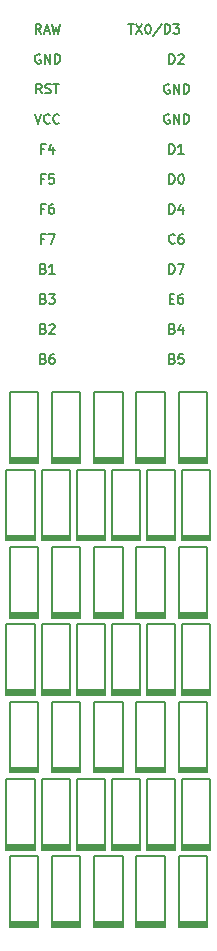
<source format=gbr>
%TF.GenerationSoftware,KiCad,Pcbnew,(5.1.9)-1*%
%TF.CreationDate,2022-03-10T13:39:28-08:00*%
%TF.ProjectId,warpstone - diode array,77617270-7374-46f6-9e65-202d2064696f,rev?*%
%TF.SameCoordinates,Original*%
%TF.FileFunction,Legend,Top*%
%TF.FilePolarity,Positive*%
%FSLAX46Y46*%
G04 Gerber Fmt 4.6, Leading zero omitted, Abs format (unit mm)*
G04 Created by KiCad (PCBNEW (5.1.9)-1) date 2022-03-10 13:39:28*
%MOMM*%
%LPD*%
G01*
G04 APERTURE LIST*
%ADD10C,0.200000*%
%ADD11C,0.150000*%
G04 APERTURE END LIST*
D10*
%TO.C,D38*%
X258077128Y-103721958D02*
X255677128Y-103721958D01*
X258077128Y-97721958D02*
X258077128Y-103721958D01*
X255677128Y-97721958D02*
X258077128Y-97721958D01*
X255677128Y-103721958D02*
X255677128Y-97721958D01*
X255677128Y-103446958D02*
X258077128Y-103446958D01*
X255677128Y-103321958D02*
X258077128Y-103321958D01*
X258077128Y-103596958D02*
X255677128Y-103596958D01*
%TO.C,D37*%
X254505256Y-103721958D02*
X252105256Y-103721958D01*
X254505256Y-97721958D02*
X254505256Y-103721958D01*
X252105256Y-97721958D02*
X254505256Y-97721958D01*
X252105256Y-103721958D02*
X252105256Y-97721958D01*
X252105256Y-103446958D02*
X254505256Y-103446958D01*
X252105256Y-103321958D02*
X254505256Y-103321958D01*
X254505256Y-103596958D02*
X252105256Y-103596958D01*
%TO.C,D36*%
X250933384Y-103721958D02*
X248533384Y-103721958D01*
X250933384Y-97721958D02*
X250933384Y-103721958D01*
X248533384Y-97721958D02*
X250933384Y-97721958D01*
X248533384Y-103721958D02*
X248533384Y-97721958D01*
X248533384Y-103446958D02*
X250933384Y-103446958D01*
X248533384Y-103321958D02*
X250933384Y-103321958D01*
X250933384Y-103596958D02*
X248533384Y-103596958D01*
%TO.C,D35*%
X247361512Y-103721958D02*
X244961512Y-103721958D01*
X247361512Y-97721958D02*
X247361512Y-103721958D01*
X244961512Y-97721958D02*
X247361512Y-97721958D01*
X244961512Y-103721958D02*
X244961512Y-97721958D01*
X244961512Y-103446958D02*
X247361512Y-103446958D01*
X244961512Y-103321958D02*
X247361512Y-103321958D01*
X247361512Y-103596958D02*
X244961512Y-103596958D01*
%TO.C,D34*%
X243789640Y-103721958D02*
X241389640Y-103721958D01*
X243789640Y-97721958D02*
X243789640Y-103721958D01*
X241389640Y-97721958D02*
X243789640Y-97721958D01*
X241389640Y-103721958D02*
X241389640Y-97721958D01*
X241389640Y-103446958D02*
X243789640Y-103446958D01*
X241389640Y-103321958D02*
X243789640Y-103321958D01*
X243789640Y-103596958D02*
X241389640Y-103596958D01*
%TO.C,D33*%
X258374784Y-97173515D02*
X255974784Y-97173515D01*
X258374784Y-91173515D02*
X258374784Y-97173515D01*
X255974784Y-91173515D02*
X258374784Y-91173515D01*
X255974784Y-97173515D02*
X255974784Y-91173515D01*
X255974784Y-96898515D02*
X258374784Y-96898515D01*
X255974784Y-96773515D02*
X258374784Y-96773515D01*
X258374784Y-97048515D02*
X255974784Y-97048515D01*
%TO.C,D32*%
X255398224Y-97173515D02*
X252998224Y-97173515D01*
X255398224Y-91173515D02*
X255398224Y-97173515D01*
X252998224Y-91173515D02*
X255398224Y-91173515D01*
X252998224Y-97173515D02*
X252998224Y-91173515D01*
X252998224Y-96898515D02*
X255398224Y-96898515D01*
X252998224Y-96773515D02*
X255398224Y-96773515D01*
X255398224Y-97048515D02*
X252998224Y-97048515D01*
%TO.C,D31*%
X252421664Y-97173515D02*
X250021664Y-97173515D01*
X252421664Y-91173515D02*
X252421664Y-97173515D01*
X250021664Y-91173515D02*
X252421664Y-91173515D01*
X250021664Y-97173515D02*
X250021664Y-91173515D01*
X250021664Y-96898515D02*
X252421664Y-96898515D01*
X250021664Y-96773515D02*
X252421664Y-96773515D01*
X252421664Y-97048515D02*
X250021664Y-97048515D01*
%TO.C,D30*%
X249445104Y-97173515D02*
X247045104Y-97173515D01*
X249445104Y-91173515D02*
X249445104Y-97173515D01*
X247045104Y-91173515D02*
X249445104Y-91173515D01*
X247045104Y-97173515D02*
X247045104Y-91173515D01*
X247045104Y-96898515D02*
X249445104Y-96898515D01*
X247045104Y-96773515D02*
X249445104Y-96773515D01*
X249445104Y-97048515D02*
X247045104Y-97048515D01*
%TO.C,D29*%
X246468544Y-97173515D02*
X244068544Y-97173515D01*
X246468544Y-91173515D02*
X246468544Y-97173515D01*
X244068544Y-91173515D02*
X246468544Y-91173515D01*
X244068544Y-97173515D02*
X244068544Y-91173515D01*
X244068544Y-96898515D02*
X246468544Y-96898515D01*
X244068544Y-96773515D02*
X246468544Y-96773515D01*
X246468544Y-97048515D02*
X244068544Y-97048515D01*
%TO.C,D28*%
X243491984Y-97173515D02*
X241091984Y-97173515D01*
X243491984Y-91173515D02*
X243491984Y-97173515D01*
X241091984Y-91173515D02*
X243491984Y-91173515D01*
X241091984Y-97173515D02*
X241091984Y-91173515D01*
X241091984Y-96898515D02*
X243491984Y-96898515D01*
X241091984Y-96773515D02*
X243491984Y-96773515D01*
X243491984Y-97048515D02*
X241091984Y-97048515D01*
%TO.C,D27*%
X258077128Y-90625072D02*
X255677128Y-90625072D01*
X258077128Y-84625072D02*
X258077128Y-90625072D01*
X255677128Y-84625072D02*
X258077128Y-84625072D01*
X255677128Y-90625072D02*
X255677128Y-84625072D01*
X255677128Y-90350072D02*
X258077128Y-90350072D01*
X255677128Y-90225072D02*
X258077128Y-90225072D01*
X258077128Y-90500072D02*
X255677128Y-90500072D01*
%TO.C,D26*%
X254505256Y-90625072D02*
X252105256Y-90625072D01*
X254505256Y-84625072D02*
X254505256Y-90625072D01*
X252105256Y-84625072D02*
X254505256Y-84625072D01*
X252105256Y-90625072D02*
X252105256Y-84625072D01*
X252105256Y-90350072D02*
X254505256Y-90350072D01*
X252105256Y-90225072D02*
X254505256Y-90225072D01*
X254505256Y-90500072D02*
X252105256Y-90500072D01*
%TO.C,D25*%
X250933384Y-90625072D02*
X248533384Y-90625072D01*
X250933384Y-84625072D02*
X250933384Y-90625072D01*
X248533384Y-84625072D02*
X250933384Y-84625072D01*
X248533384Y-90625072D02*
X248533384Y-84625072D01*
X248533384Y-90350072D02*
X250933384Y-90350072D01*
X248533384Y-90225072D02*
X250933384Y-90225072D01*
X250933384Y-90500072D02*
X248533384Y-90500072D01*
%TO.C,D24*%
X247361512Y-90625072D02*
X244961512Y-90625072D01*
X247361512Y-84625072D02*
X247361512Y-90625072D01*
X244961512Y-84625072D02*
X247361512Y-84625072D01*
X244961512Y-90625072D02*
X244961512Y-84625072D01*
X244961512Y-90350072D02*
X247361512Y-90350072D01*
X244961512Y-90225072D02*
X247361512Y-90225072D01*
X247361512Y-90500072D02*
X244961512Y-90500072D01*
%TO.C,D23*%
X243789640Y-90625072D02*
X241389640Y-90625072D01*
X243789640Y-84625072D02*
X243789640Y-90625072D01*
X241389640Y-84625072D02*
X243789640Y-84625072D01*
X241389640Y-90625072D02*
X241389640Y-84625072D01*
X241389640Y-90350072D02*
X243789640Y-90350072D01*
X241389640Y-90225072D02*
X243789640Y-90225072D01*
X243789640Y-90500072D02*
X241389640Y-90500072D01*
%TO.C,D22*%
X258374784Y-84076629D02*
X255974784Y-84076629D01*
X258374784Y-78076629D02*
X258374784Y-84076629D01*
X255974784Y-78076629D02*
X258374784Y-78076629D01*
X255974784Y-84076629D02*
X255974784Y-78076629D01*
X255974784Y-83801629D02*
X258374784Y-83801629D01*
X255974784Y-83676629D02*
X258374784Y-83676629D01*
X258374784Y-83951629D02*
X255974784Y-83951629D01*
%TO.C,D21*%
X255398224Y-84076629D02*
X252998224Y-84076629D01*
X255398224Y-78076629D02*
X255398224Y-84076629D01*
X252998224Y-78076629D02*
X255398224Y-78076629D01*
X252998224Y-84076629D02*
X252998224Y-78076629D01*
X252998224Y-83801629D02*
X255398224Y-83801629D01*
X252998224Y-83676629D02*
X255398224Y-83676629D01*
X255398224Y-83951629D02*
X252998224Y-83951629D01*
%TO.C,D20*%
X252421664Y-84076629D02*
X250021664Y-84076629D01*
X252421664Y-78076629D02*
X252421664Y-84076629D01*
X250021664Y-78076629D02*
X252421664Y-78076629D01*
X250021664Y-84076629D02*
X250021664Y-78076629D01*
X250021664Y-83801629D02*
X252421664Y-83801629D01*
X250021664Y-83676629D02*
X252421664Y-83676629D01*
X252421664Y-83951629D02*
X250021664Y-83951629D01*
%TO.C,D19*%
X249445104Y-84076629D02*
X247045104Y-84076629D01*
X249445104Y-78076629D02*
X249445104Y-84076629D01*
X247045104Y-78076629D02*
X249445104Y-78076629D01*
X247045104Y-84076629D02*
X247045104Y-78076629D01*
X247045104Y-83801629D02*
X249445104Y-83801629D01*
X247045104Y-83676629D02*
X249445104Y-83676629D01*
X249445104Y-83951629D02*
X247045104Y-83951629D01*
%TO.C,D18*%
X246468544Y-84076629D02*
X244068544Y-84076629D01*
X246468544Y-78076629D02*
X246468544Y-84076629D01*
X244068544Y-78076629D02*
X246468544Y-78076629D01*
X244068544Y-84076629D02*
X244068544Y-78076629D01*
X244068544Y-83801629D02*
X246468544Y-83801629D01*
X244068544Y-83676629D02*
X246468544Y-83676629D01*
X246468544Y-83951629D02*
X244068544Y-83951629D01*
%TO.C,D17*%
X243491984Y-84076629D02*
X241091984Y-84076629D01*
X243491984Y-78076629D02*
X243491984Y-84076629D01*
X241091984Y-78076629D02*
X243491984Y-78076629D01*
X241091984Y-84076629D02*
X241091984Y-78076629D01*
X241091984Y-83801629D02*
X243491984Y-83801629D01*
X241091984Y-83676629D02*
X243491984Y-83676629D01*
X243491984Y-83951629D02*
X241091984Y-83951629D01*
%TO.C,D16*%
X258077128Y-77528186D02*
X255677128Y-77528186D01*
X258077128Y-71528186D02*
X258077128Y-77528186D01*
X255677128Y-71528186D02*
X258077128Y-71528186D01*
X255677128Y-77528186D02*
X255677128Y-71528186D01*
X255677128Y-77253186D02*
X258077128Y-77253186D01*
X255677128Y-77128186D02*
X258077128Y-77128186D01*
X258077128Y-77403186D02*
X255677128Y-77403186D01*
%TO.C,D15*%
X254505256Y-77528186D02*
X252105256Y-77528186D01*
X254505256Y-71528186D02*
X254505256Y-77528186D01*
X252105256Y-71528186D02*
X254505256Y-71528186D01*
X252105256Y-77528186D02*
X252105256Y-71528186D01*
X252105256Y-77253186D02*
X254505256Y-77253186D01*
X252105256Y-77128186D02*
X254505256Y-77128186D01*
X254505256Y-77403186D02*
X252105256Y-77403186D01*
%TO.C,D14*%
X250933384Y-77528186D02*
X248533384Y-77528186D01*
X250933384Y-71528186D02*
X250933384Y-77528186D01*
X248533384Y-71528186D02*
X250933384Y-71528186D01*
X248533384Y-77528186D02*
X248533384Y-71528186D01*
X248533384Y-77253186D02*
X250933384Y-77253186D01*
X248533384Y-77128186D02*
X250933384Y-77128186D01*
X250933384Y-77403186D02*
X248533384Y-77403186D01*
%TO.C,D13*%
X247361512Y-77528186D02*
X244961512Y-77528186D01*
X247361512Y-71528186D02*
X247361512Y-77528186D01*
X244961512Y-71528186D02*
X247361512Y-71528186D01*
X244961512Y-77528186D02*
X244961512Y-71528186D01*
X244961512Y-77253186D02*
X247361512Y-77253186D01*
X244961512Y-77128186D02*
X247361512Y-77128186D01*
X247361512Y-77403186D02*
X244961512Y-77403186D01*
%TO.C,D12*%
X243789640Y-77528186D02*
X241389640Y-77528186D01*
X243789640Y-71528186D02*
X243789640Y-77528186D01*
X241389640Y-71528186D02*
X243789640Y-71528186D01*
X241389640Y-77528186D02*
X241389640Y-71528186D01*
X241389640Y-77253186D02*
X243789640Y-77253186D01*
X241389640Y-77128186D02*
X243789640Y-77128186D01*
X243789640Y-77403186D02*
X241389640Y-77403186D01*
%TO.C,D11*%
X258375216Y-70979743D02*
X255975216Y-70979743D01*
X258375216Y-64979743D02*
X258375216Y-70979743D01*
X255975216Y-64979743D02*
X258375216Y-64979743D01*
X255975216Y-70979743D02*
X255975216Y-64979743D01*
X255975216Y-70704743D02*
X258375216Y-70704743D01*
X255975216Y-70579743D02*
X258375216Y-70579743D01*
X258375216Y-70854743D02*
X255975216Y-70854743D01*
%TO.C,D10*%
X255398651Y-70979743D02*
X252998651Y-70979743D01*
X255398651Y-64979743D02*
X255398651Y-70979743D01*
X252998651Y-64979743D02*
X255398651Y-64979743D01*
X252998651Y-70979743D02*
X252998651Y-64979743D01*
X252998651Y-70704743D02*
X255398651Y-70704743D01*
X252998651Y-70579743D02*
X255398651Y-70579743D01*
X255398651Y-70854743D02*
X252998651Y-70854743D01*
%TO.C,D9*%
X252422086Y-70979743D02*
X250022086Y-70979743D01*
X252422086Y-64979743D02*
X252422086Y-70979743D01*
X250022086Y-64979743D02*
X252422086Y-64979743D01*
X250022086Y-70979743D02*
X250022086Y-64979743D01*
X250022086Y-70704743D02*
X252422086Y-70704743D01*
X250022086Y-70579743D02*
X252422086Y-70579743D01*
X252422086Y-70854743D02*
X250022086Y-70854743D01*
%TO.C,D8*%
X249445521Y-70979743D02*
X247045521Y-70979743D01*
X249445521Y-64979743D02*
X249445521Y-70979743D01*
X247045521Y-64979743D02*
X249445521Y-64979743D01*
X247045521Y-70979743D02*
X247045521Y-64979743D01*
X247045521Y-70704743D02*
X249445521Y-70704743D01*
X247045521Y-70579743D02*
X249445521Y-70579743D01*
X249445521Y-70854743D02*
X247045521Y-70854743D01*
%TO.C,D7*%
X246468956Y-70979743D02*
X244068956Y-70979743D01*
X246468956Y-64979743D02*
X246468956Y-70979743D01*
X244068956Y-64979743D02*
X246468956Y-64979743D01*
X244068956Y-70979743D02*
X244068956Y-64979743D01*
X244068956Y-70704743D02*
X246468956Y-70704743D01*
X244068956Y-70579743D02*
X246468956Y-70579743D01*
X246468956Y-70854743D02*
X244068956Y-70854743D01*
%TO.C,D6*%
X243492391Y-70979743D02*
X241092391Y-70979743D01*
X243492391Y-64979743D02*
X243492391Y-70979743D01*
X241092391Y-64979743D02*
X243492391Y-64979743D01*
X241092391Y-70979743D02*
X241092391Y-64979743D01*
X241092391Y-70704743D02*
X243492391Y-70704743D01*
X241092391Y-70579743D02*
X243492391Y-70579743D01*
X243492391Y-70854743D02*
X241092391Y-70854743D01*
%TO.C,D5*%
X258077560Y-64431300D02*
X255677560Y-64431300D01*
X258077560Y-58431300D02*
X258077560Y-64431300D01*
X255677560Y-58431300D02*
X258077560Y-58431300D01*
X255677560Y-64431300D02*
X255677560Y-58431300D01*
X255677560Y-64156300D02*
X258077560Y-64156300D01*
X255677560Y-64031300D02*
X258077560Y-64031300D01*
X258077560Y-64306300D02*
X255677560Y-64306300D01*
%TO.C,D4*%
X254505682Y-64431300D02*
X252105682Y-64431300D01*
X254505682Y-58431300D02*
X254505682Y-64431300D01*
X252105682Y-58431300D02*
X254505682Y-58431300D01*
X252105682Y-64431300D02*
X252105682Y-58431300D01*
X252105682Y-64156300D02*
X254505682Y-64156300D01*
X252105682Y-64031300D02*
X254505682Y-64031300D01*
X254505682Y-64306300D02*
X252105682Y-64306300D01*
%TO.C,D3*%
X250933804Y-64431300D02*
X248533804Y-64431300D01*
X250933804Y-58431300D02*
X250933804Y-64431300D01*
X248533804Y-58431300D02*
X250933804Y-58431300D01*
X248533804Y-64431300D02*
X248533804Y-58431300D01*
X248533804Y-64156300D02*
X250933804Y-64156300D01*
X248533804Y-64031300D02*
X250933804Y-64031300D01*
X250933804Y-64306300D02*
X248533804Y-64306300D01*
%TO.C,D2*%
X247361926Y-64431300D02*
X244961926Y-64431300D01*
X247361926Y-58431300D02*
X247361926Y-64431300D01*
X244961926Y-58431300D02*
X247361926Y-58431300D01*
X244961926Y-64431300D02*
X244961926Y-58431300D01*
X244961926Y-64156300D02*
X247361926Y-64156300D01*
X244961926Y-64031300D02*
X247361926Y-64031300D01*
X247361926Y-64306300D02*
X244961926Y-64306300D01*
%TO.C,D1*%
X243790048Y-64431300D02*
X241390048Y-64431300D01*
X243790048Y-58431300D02*
X243790048Y-64431300D01*
X241390048Y-58431300D02*
X243790048Y-58431300D01*
X241390048Y-64431300D02*
X241390048Y-58431300D01*
X241390048Y-64156300D02*
X243790048Y-64156300D01*
X241390048Y-64031300D02*
X243790048Y-64031300D01*
X243790048Y-64306300D02*
X241390048Y-64306300D01*
%TO.C,U1*%
D11*
X244093364Y-33123814D02*
X243826698Y-32742862D01*
X243636221Y-33123814D02*
X243636221Y-32323814D01*
X243940983Y-32323814D01*
X244017174Y-32361910D01*
X244055269Y-32400005D01*
X244093364Y-32476195D01*
X244093364Y-32590481D01*
X244055269Y-32666671D01*
X244017174Y-32704767D01*
X243940983Y-32742862D01*
X243636221Y-32742862D01*
X244398126Y-33085719D02*
X244512412Y-33123814D01*
X244702888Y-33123814D01*
X244779079Y-33085719D01*
X244817174Y-33047624D01*
X244855269Y-32971433D01*
X244855269Y-32895243D01*
X244817174Y-32819052D01*
X244779079Y-32780957D01*
X244702888Y-32742862D01*
X244550507Y-32704767D01*
X244474317Y-32666671D01*
X244436221Y-32628576D01*
X244398126Y-32552386D01*
X244398126Y-32476195D01*
X244436221Y-32400005D01*
X244474317Y-32361910D01*
X244550507Y-32323814D01*
X244740983Y-32323814D01*
X244855269Y-32361910D01*
X245083840Y-32323814D02*
X245540983Y-32323814D01*
X245312412Y-33123814D02*
X245312412Y-32323814D01*
X251412855Y-27263814D02*
X251869998Y-27263814D01*
X251641427Y-28063814D02*
X251641427Y-27263814D01*
X252060474Y-27263814D02*
X252593808Y-28063814D01*
X252593808Y-27263814D02*
X252060474Y-28063814D01*
X253050951Y-27263814D02*
X253127141Y-27263814D01*
X253203332Y-27301910D01*
X253241427Y-27340005D01*
X253279522Y-27416195D01*
X253317617Y-27568576D01*
X253317617Y-27759052D01*
X253279522Y-27911433D01*
X253241427Y-27987624D01*
X253203332Y-28025719D01*
X253127141Y-28063814D01*
X253050951Y-28063814D01*
X252974760Y-28025719D01*
X252936665Y-27987624D01*
X252898570Y-27911433D01*
X252860474Y-27759052D01*
X252860474Y-27568576D01*
X252898570Y-27416195D01*
X252936665Y-27340005D01*
X252974760Y-27301910D01*
X253050951Y-27263814D01*
X254231903Y-27225719D02*
X253546189Y-28254290D01*
X254498570Y-28063814D02*
X254498570Y-27263814D01*
X254689046Y-27263814D01*
X254803332Y-27301910D01*
X254879522Y-27378100D01*
X254917617Y-27454290D01*
X254955712Y-27606671D01*
X254955712Y-27720957D01*
X254917617Y-27873338D01*
X254879522Y-27949529D01*
X254803332Y-28025719D01*
X254689046Y-28063814D01*
X254498570Y-28063814D01*
X255222379Y-27263814D02*
X255717617Y-27263814D01*
X255450951Y-27568576D01*
X255565236Y-27568576D01*
X255641427Y-27606671D01*
X255679522Y-27644767D01*
X255717617Y-27720957D01*
X255717617Y-27911433D01*
X255679522Y-27987624D01*
X255641427Y-28025719D01*
X255565236Y-28063814D01*
X255336665Y-28063814D01*
X255260474Y-28025719D01*
X255222379Y-27987624D01*
X244246650Y-53044767D02*
X244360936Y-53082862D01*
X244399031Y-53120957D01*
X244437126Y-53197148D01*
X244437126Y-53311433D01*
X244399031Y-53387624D01*
X244360936Y-53425719D01*
X244284745Y-53463814D01*
X243979983Y-53463814D01*
X243979983Y-52663814D01*
X244246650Y-52663814D01*
X244322840Y-52701910D01*
X244360936Y-52740005D01*
X244399031Y-52816195D01*
X244399031Y-52892386D01*
X244360936Y-52968576D01*
X244322840Y-53006671D01*
X244246650Y-53044767D01*
X243979983Y-53044767D01*
X244741888Y-52740005D02*
X244779983Y-52701910D01*
X244856174Y-52663814D01*
X245046650Y-52663814D01*
X245122840Y-52701910D01*
X245160936Y-52740005D01*
X245199031Y-52816195D01*
X245199031Y-52892386D01*
X245160936Y-53006671D01*
X244703793Y-53463814D01*
X245199031Y-53463814D01*
X244303793Y-45424767D02*
X244037126Y-45424767D01*
X244037126Y-45843814D02*
X244037126Y-45043814D01*
X244418079Y-45043814D01*
X244646650Y-45043814D02*
X245179983Y-45043814D01*
X244837126Y-45843814D01*
X244303793Y-42884767D02*
X244037126Y-42884767D01*
X244037126Y-43303814D02*
X244037126Y-42503814D01*
X244418079Y-42503814D01*
X245065698Y-42503814D02*
X244913317Y-42503814D01*
X244837126Y-42541910D01*
X244799031Y-42580005D01*
X244722840Y-42694290D01*
X244684745Y-42846671D01*
X244684745Y-43151433D01*
X244722840Y-43227624D01*
X244760936Y-43265719D01*
X244837126Y-43303814D01*
X244989507Y-43303814D01*
X245065698Y-43265719D01*
X245103793Y-43227624D01*
X245141888Y-43151433D01*
X245141888Y-42960957D01*
X245103793Y-42884767D01*
X245065698Y-42846671D01*
X244989507Y-42808576D01*
X244837126Y-42808576D01*
X244760936Y-42846671D01*
X244722840Y-42884767D01*
X244684745Y-42960957D01*
X244303793Y-40344767D02*
X244037126Y-40344767D01*
X244037126Y-40763814D02*
X244037126Y-39963814D01*
X244418079Y-39963814D01*
X245103793Y-39963814D02*
X244722840Y-39963814D01*
X244684745Y-40344767D01*
X244722840Y-40306671D01*
X244799031Y-40268576D01*
X244989507Y-40268576D01*
X245065698Y-40306671D01*
X245103793Y-40344767D01*
X245141888Y-40420957D01*
X245141888Y-40611433D01*
X245103793Y-40687624D01*
X245065698Y-40725719D01*
X244989507Y-40763814D01*
X244799031Y-40763814D01*
X244722840Y-40725719D01*
X244684745Y-40687624D01*
X244018079Y-28063814D02*
X243751412Y-27682862D01*
X243560936Y-28063814D02*
X243560936Y-27263814D01*
X243865698Y-27263814D01*
X243941888Y-27301910D01*
X243979983Y-27340005D01*
X244018079Y-27416195D01*
X244018079Y-27530481D01*
X243979983Y-27606671D01*
X243941888Y-27644767D01*
X243865698Y-27682862D01*
X243560936Y-27682862D01*
X244322840Y-27835243D02*
X244703793Y-27835243D01*
X244246650Y-28063814D02*
X244513317Y-27263814D01*
X244779983Y-28063814D01*
X244970460Y-27263814D02*
X245160936Y-28063814D01*
X245313317Y-27492386D01*
X245465698Y-28063814D01*
X245656174Y-27263814D01*
X243960936Y-29841910D02*
X243884745Y-29803814D01*
X243770460Y-29803814D01*
X243656174Y-29841910D01*
X243579983Y-29918100D01*
X243541888Y-29994290D01*
X243503793Y-30146671D01*
X243503793Y-30260957D01*
X243541888Y-30413338D01*
X243579983Y-30489529D01*
X243656174Y-30565719D01*
X243770460Y-30603814D01*
X243846650Y-30603814D01*
X243960936Y-30565719D01*
X243999031Y-30527624D01*
X243999031Y-30260957D01*
X243846650Y-30260957D01*
X244341888Y-30603814D02*
X244341888Y-29803814D01*
X244799031Y-30603814D01*
X244799031Y-29803814D01*
X245179983Y-30603814D02*
X245179983Y-29803814D01*
X245370460Y-29803814D01*
X245484745Y-29841910D01*
X245560936Y-29918100D01*
X245599031Y-29994290D01*
X245637126Y-30146671D01*
X245637126Y-30260957D01*
X245599031Y-30413338D01*
X245560936Y-30489529D01*
X245484745Y-30565719D01*
X245370460Y-30603814D01*
X245179983Y-30603814D01*
X243503793Y-34883814D02*
X243770460Y-35683814D01*
X244037126Y-34883814D01*
X244760936Y-35607624D02*
X244722840Y-35645719D01*
X244608555Y-35683814D01*
X244532364Y-35683814D01*
X244418079Y-35645719D01*
X244341888Y-35569529D01*
X244303793Y-35493338D01*
X244265698Y-35340957D01*
X244265698Y-35226671D01*
X244303793Y-35074290D01*
X244341888Y-34998100D01*
X244418079Y-34921910D01*
X244532364Y-34883814D01*
X244608555Y-34883814D01*
X244722840Y-34921910D01*
X244760936Y-34960005D01*
X245560936Y-35607624D02*
X245522840Y-35645719D01*
X245408555Y-35683814D01*
X245332364Y-35683814D01*
X245218079Y-35645719D01*
X245141888Y-35569529D01*
X245103793Y-35493338D01*
X245065698Y-35340957D01*
X245065698Y-35226671D01*
X245103793Y-35074290D01*
X245141888Y-34998100D01*
X245218079Y-34921910D01*
X245332364Y-34883814D01*
X245408555Y-34883814D01*
X245522840Y-34921910D01*
X245560936Y-34960005D01*
X244303793Y-37804767D02*
X244037126Y-37804767D01*
X244037126Y-38223814D02*
X244037126Y-37423814D01*
X244418079Y-37423814D01*
X245065698Y-37690481D02*
X245065698Y-38223814D01*
X244875221Y-37385719D02*
X244684745Y-37957148D01*
X245179983Y-37957148D01*
X244246650Y-47964767D02*
X244360936Y-48002862D01*
X244399031Y-48040957D01*
X244437126Y-48117148D01*
X244437126Y-48231433D01*
X244399031Y-48307624D01*
X244360936Y-48345719D01*
X244284745Y-48383814D01*
X243979983Y-48383814D01*
X243979983Y-47583814D01*
X244246650Y-47583814D01*
X244322840Y-47621910D01*
X244360936Y-47660005D01*
X244399031Y-47736195D01*
X244399031Y-47812386D01*
X244360936Y-47888576D01*
X244322840Y-47926671D01*
X244246650Y-47964767D01*
X243979983Y-47964767D01*
X245199031Y-48383814D02*
X244741888Y-48383814D01*
X244970460Y-48383814D02*
X244970460Y-47583814D01*
X244894269Y-47698100D01*
X244818079Y-47774290D01*
X244741888Y-47812386D01*
X244246650Y-50504767D02*
X244360936Y-50542862D01*
X244399031Y-50580957D01*
X244437126Y-50657148D01*
X244437126Y-50771433D01*
X244399031Y-50847624D01*
X244360936Y-50885719D01*
X244284745Y-50923814D01*
X243979983Y-50923814D01*
X243979983Y-50123814D01*
X244246650Y-50123814D01*
X244322840Y-50161910D01*
X244360936Y-50200005D01*
X244399031Y-50276195D01*
X244399031Y-50352386D01*
X244360936Y-50428576D01*
X244322840Y-50466671D01*
X244246650Y-50504767D01*
X243979983Y-50504767D01*
X244703793Y-50123814D02*
X245199031Y-50123814D01*
X244932364Y-50428576D01*
X245046650Y-50428576D01*
X245122840Y-50466671D01*
X245160936Y-50504767D01*
X245199031Y-50580957D01*
X245199031Y-50771433D01*
X245160936Y-50847624D01*
X245122840Y-50885719D01*
X245046650Y-50923814D01*
X244818079Y-50923814D01*
X244741888Y-50885719D01*
X244703793Y-50847624D01*
X244246650Y-55584767D02*
X244360936Y-55622862D01*
X244399031Y-55660957D01*
X244437126Y-55737148D01*
X244437126Y-55851433D01*
X244399031Y-55927624D01*
X244360936Y-55965719D01*
X244284745Y-56003814D01*
X243979983Y-56003814D01*
X243979983Y-55203814D01*
X244246650Y-55203814D01*
X244322840Y-55241910D01*
X244360936Y-55280005D01*
X244399031Y-55356195D01*
X244399031Y-55432386D01*
X244360936Y-55508576D01*
X244322840Y-55546671D01*
X244246650Y-55584767D01*
X243979983Y-55584767D01*
X245122840Y-55203814D02*
X244970460Y-55203814D01*
X244894269Y-55241910D01*
X244856174Y-55280005D01*
X244779983Y-55394290D01*
X244741888Y-55546671D01*
X244741888Y-55851433D01*
X244779983Y-55927624D01*
X244818079Y-55965719D01*
X244894269Y-56003814D01*
X245046650Y-56003814D01*
X245122840Y-55965719D01*
X245160936Y-55927624D01*
X245199031Y-55851433D01*
X245199031Y-55660957D01*
X245160936Y-55584767D01*
X245122840Y-55546671D01*
X245046650Y-55508576D01*
X244894269Y-55508576D01*
X244818079Y-55546671D01*
X244779983Y-55584767D01*
X244741888Y-55660957D01*
X255168650Y-55584767D02*
X255282936Y-55622862D01*
X255321031Y-55660957D01*
X255359126Y-55737148D01*
X255359126Y-55851433D01*
X255321031Y-55927624D01*
X255282936Y-55965719D01*
X255206745Y-56003814D01*
X254901983Y-56003814D01*
X254901983Y-55203814D01*
X255168650Y-55203814D01*
X255244840Y-55241910D01*
X255282936Y-55280005D01*
X255321031Y-55356195D01*
X255321031Y-55432386D01*
X255282936Y-55508576D01*
X255244840Y-55546671D01*
X255168650Y-55584767D01*
X254901983Y-55584767D01*
X256082936Y-55203814D02*
X255701983Y-55203814D01*
X255663888Y-55584767D01*
X255701983Y-55546671D01*
X255778174Y-55508576D01*
X255968650Y-55508576D01*
X256044840Y-55546671D01*
X256082936Y-55584767D01*
X256121031Y-55660957D01*
X256121031Y-55851433D01*
X256082936Y-55927624D01*
X256044840Y-55965719D01*
X255968650Y-56003814D01*
X255778174Y-56003814D01*
X255701983Y-55965719D01*
X255663888Y-55927624D01*
X255168650Y-53044767D02*
X255282936Y-53082862D01*
X255321031Y-53120957D01*
X255359126Y-53197148D01*
X255359126Y-53311433D01*
X255321031Y-53387624D01*
X255282936Y-53425719D01*
X255206745Y-53463814D01*
X254901983Y-53463814D01*
X254901983Y-52663814D01*
X255168650Y-52663814D01*
X255244840Y-52701910D01*
X255282936Y-52740005D01*
X255321031Y-52816195D01*
X255321031Y-52892386D01*
X255282936Y-52968576D01*
X255244840Y-53006671D01*
X255168650Y-53044767D01*
X254901983Y-53044767D01*
X256044840Y-52930481D02*
X256044840Y-53463814D01*
X255854364Y-52625719D02*
X255663888Y-53197148D01*
X256159126Y-53197148D01*
X254940079Y-50504767D02*
X255206745Y-50504767D01*
X255321031Y-50923814D02*
X254940079Y-50923814D01*
X254940079Y-50123814D01*
X255321031Y-50123814D01*
X256006745Y-50123814D02*
X255854364Y-50123814D01*
X255778174Y-50161910D01*
X255740079Y-50200005D01*
X255663888Y-50314290D01*
X255625793Y-50466671D01*
X255625793Y-50771433D01*
X255663888Y-50847624D01*
X255701983Y-50885719D01*
X255778174Y-50923814D01*
X255930555Y-50923814D01*
X256006745Y-50885719D01*
X256044840Y-50847624D01*
X256082936Y-50771433D01*
X256082936Y-50580957D01*
X256044840Y-50504767D01*
X256006745Y-50466671D01*
X255930555Y-50428576D01*
X255778174Y-50428576D01*
X255701983Y-50466671D01*
X255663888Y-50504767D01*
X255625793Y-50580957D01*
X254901983Y-48383814D02*
X254901983Y-47583814D01*
X255092460Y-47583814D01*
X255206745Y-47621910D01*
X255282936Y-47698100D01*
X255321031Y-47774290D01*
X255359126Y-47926671D01*
X255359126Y-48040957D01*
X255321031Y-48193338D01*
X255282936Y-48269529D01*
X255206745Y-48345719D01*
X255092460Y-48383814D01*
X254901983Y-48383814D01*
X255625793Y-47583814D02*
X256159126Y-47583814D01*
X255816269Y-48383814D01*
X255359126Y-45767624D02*
X255321031Y-45805719D01*
X255206745Y-45843814D01*
X255130555Y-45843814D01*
X255016269Y-45805719D01*
X254940079Y-45729529D01*
X254901983Y-45653338D01*
X254863888Y-45500957D01*
X254863888Y-45386671D01*
X254901983Y-45234290D01*
X254940079Y-45158100D01*
X255016269Y-45081910D01*
X255130555Y-45043814D01*
X255206745Y-45043814D01*
X255321031Y-45081910D01*
X255359126Y-45120005D01*
X256044840Y-45043814D02*
X255892460Y-45043814D01*
X255816269Y-45081910D01*
X255778174Y-45120005D01*
X255701983Y-45234290D01*
X255663888Y-45386671D01*
X255663888Y-45691433D01*
X255701983Y-45767624D01*
X255740079Y-45805719D01*
X255816269Y-45843814D01*
X255968650Y-45843814D01*
X256044840Y-45805719D01*
X256082936Y-45767624D01*
X256121031Y-45691433D01*
X256121031Y-45500957D01*
X256082936Y-45424767D01*
X256044840Y-45386671D01*
X255968650Y-45348576D01*
X255816269Y-45348576D01*
X255740079Y-45386671D01*
X255701983Y-45424767D01*
X255663888Y-45500957D01*
X254901983Y-43303814D02*
X254901983Y-42503814D01*
X255092460Y-42503814D01*
X255206745Y-42541910D01*
X255282936Y-42618100D01*
X255321031Y-42694290D01*
X255359126Y-42846671D01*
X255359126Y-42960957D01*
X255321031Y-43113338D01*
X255282936Y-43189529D01*
X255206745Y-43265719D01*
X255092460Y-43303814D01*
X254901983Y-43303814D01*
X256044840Y-42770481D02*
X256044840Y-43303814D01*
X255854364Y-42465719D02*
X255663888Y-43037148D01*
X256159126Y-43037148D01*
X254882936Y-32381910D02*
X254806745Y-32343814D01*
X254692460Y-32343814D01*
X254578174Y-32381910D01*
X254501983Y-32458100D01*
X254463888Y-32534290D01*
X254425793Y-32686671D01*
X254425793Y-32800957D01*
X254463888Y-32953338D01*
X254501983Y-33029529D01*
X254578174Y-33105719D01*
X254692460Y-33143814D01*
X254768650Y-33143814D01*
X254882936Y-33105719D01*
X254921031Y-33067624D01*
X254921031Y-32800957D01*
X254768650Y-32800957D01*
X255263888Y-33143814D02*
X255263888Y-32343814D01*
X255721031Y-33143814D01*
X255721031Y-32343814D01*
X256101983Y-33143814D02*
X256101983Y-32343814D01*
X256292460Y-32343814D01*
X256406745Y-32381910D01*
X256482936Y-32458100D01*
X256521031Y-32534290D01*
X256559126Y-32686671D01*
X256559126Y-32800957D01*
X256521031Y-32953338D01*
X256482936Y-33029529D01*
X256406745Y-33105719D01*
X256292460Y-33143814D01*
X256101983Y-33143814D01*
X254882936Y-34921910D02*
X254806745Y-34883814D01*
X254692460Y-34883814D01*
X254578174Y-34921910D01*
X254501983Y-34998100D01*
X254463888Y-35074290D01*
X254425793Y-35226671D01*
X254425793Y-35340957D01*
X254463888Y-35493338D01*
X254501983Y-35569529D01*
X254578174Y-35645719D01*
X254692460Y-35683814D01*
X254768650Y-35683814D01*
X254882936Y-35645719D01*
X254921031Y-35607624D01*
X254921031Y-35340957D01*
X254768650Y-35340957D01*
X255263888Y-35683814D02*
X255263888Y-34883814D01*
X255721031Y-35683814D01*
X255721031Y-34883814D01*
X256101983Y-35683814D02*
X256101983Y-34883814D01*
X256292460Y-34883814D01*
X256406745Y-34921910D01*
X256482936Y-34998100D01*
X256521031Y-35074290D01*
X256559126Y-35226671D01*
X256559126Y-35340957D01*
X256521031Y-35493338D01*
X256482936Y-35569529D01*
X256406745Y-35645719D01*
X256292460Y-35683814D01*
X256101983Y-35683814D01*
X254901983Y-38223814D02*
X254901983Y-37423814D01*
X255092460Y-37423814D01*
X255206745Y-37461910D01*
X255282936Y-37538100D01*
X255321031Y-37614290D01*
X255359126Y-37766671D01*
X255359126Y-37880957D01*
X255321031Y-38033338D01*
X255282936Y-38109529D01*
X255206745Y-38185719D01*
X255092460Y-38223814D01*
X254901983Y-38223814D01*
X256121031Y-38223814D02*
X255663888Y-38223814D01*
X255892460Y-38223814D02*
X255892460Y-37423814D01*
X255816269Y-37538100D01*
X255740079Y-37614290D01*
X255663888Y-37652386D01*
X254901983Y-40763814D02*
X254901983Y-39963814D01*
X255092460Y-39963814D01*
X255206745Y-40001910D01*
X255282936Y-40078100D01*
X255321031Y-40154290D01*
X255359126Y-40306671D01*
X255359126Y-40420957D01*
X255321031Y-40573338D01*
X255282936Y-40649529D01*
X255206745Y-40725719D01*
X255092460Y-40763814D01*
X254901983Y-40763814D01*
X255854364Y-39963814D02*
X255930555Y-39963814D01*
X256006745Y-40001910D01*
X256044840Y-40040005D01*
X256082936Y-40116195D01*
X256121031Y-40268576D01*
X256121031Y-40459052D01*
X256082936Y-40611433D01*
X256044840Y-40687624D01*
X256006745Y-40725719D01*
X255930555Y-40763814D01*
X255854364Y-40763814D01*
X255778174Y-40725719D01*
X255740079Y-40687624D01*
X255701983Y-40611433D01*
X255663888Y-40459052D01*
X255663888Y-40268576D01*
X255701983Y-40116195D01*
X255740079Y-40040005D01*
X255778174Y-40001910D01*
X255854364Y-39963814D01*
X254901983Y-30603814D02*
X254901983Y-29803814D01*
X255092460Y-29803814D01*
X255206745Y-29841910D01*
X255282936Y-29918100D01*
X255321031Y-29994290D01*
X255359126Y-30146671D01*
X255359126Y-30260957D01*
X255321031Y-30413338D01*
X255282936Y-30489529D01*
X255206745Y-30565719D01*
X255092460Y-30603814D01*
X254901983Y-30603814D01*
X255663888Y-29880005D02*
X255701983Y-29841910D01*
X255778174Y-29803814D01*
X255968650Y-29803814D01*
X256044840Y-29841910D01*
X256082936Y-29880005D01*
X256121031Y-29956195D01*
X256121031Y-30032386D01*
X256082936Y-30146671D01*
X255625793Y-30603814D01*
X256121031Y-30603814D01*
%TD*%
M02*

</source>
